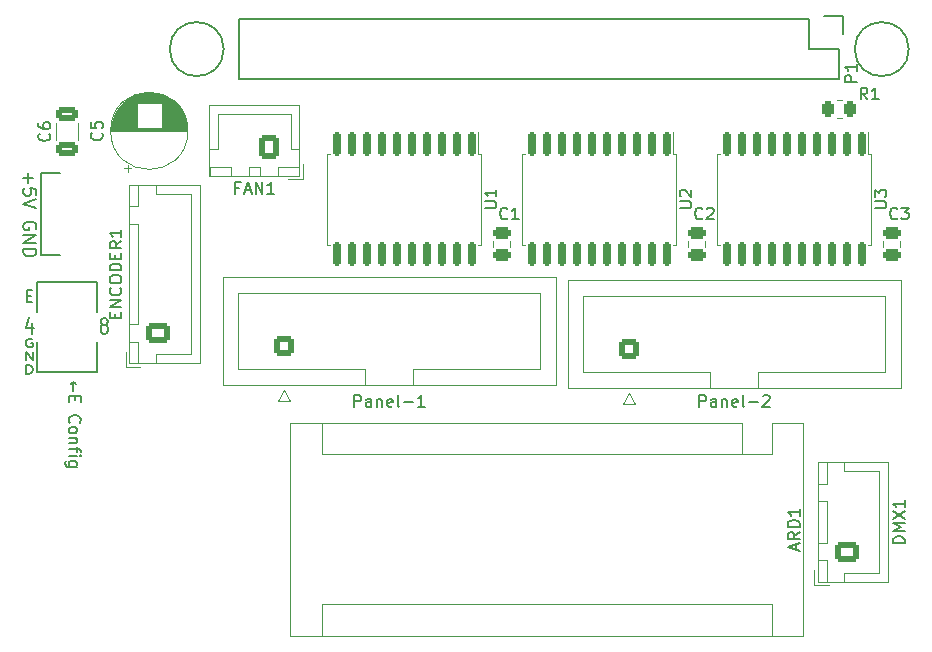
<source format=gto>
G04 #@! TF.GenerationSoftware,KiCad,Pcbnew,6.0.5*
G04 #@! TF.CreationDate,2022-05-12T16:14:40+02:00*
G04 #@! TF.ProjectId,active3-rpi-hub75-adapter,61637469-7665-4332-9d72-70692d687562,rev?*
G04 #@! TF.SameCoordinates,Original*
G04 #@! TF.FileFunction,Legend,Top*
G04 #@! TF.FilePolarity,Positive*
%FSLAX46Y46*%
G04 Gerber Fmt 4.6, Leading zero omitted, Abs format (unit mm)*
G04 Created by KiCad (PCBNEW 6.0.5) date 2022-05-12 16:14:40*
%MOMM*%
%LPD*%
G01*
G04 APERTURE LIST*
G04 Aperture macros list*
%AMRoundRect*
0 Rectangle with rounded corners*
0 $1 Rounding radius*
0 $2 $3 $4 $5 $6 $7 $8 $9 X,Y pos of 4 corners*
0 Add a 4 corners polygon primitive as box body*
4,1,4,$2,$3,$4,$5,$6,$7,$8,$9,$2,$3,0*
0 Add four circle primitives for the rounded corners*
1,1,$1+$1,$2,$3*
1,1,$1+$1,$4,$5*
1,1,$1+$1,$6,$7*
1,1,$1+$1,$8,$9*
0 Add four rect primitives between the rounded corners*
20,1,$1+$1,$2,$3,$4,$5,0*
20,1,$1+$1,$4,$5,$6,$7,0*
20,1,$1+$1,$6,$7,$8,$9,0*
20,1,$1+$1,$8,$9,$2,$3,0*%
G04 Aperture macros list end*
%ADD10C,0.200000*%
%ADD11C,0.175000*%
%ADD12C,0.150000*%
%ADD13C,0.120000*%
%ADD14R,1.727200X1.727200*%
%ADD15O,1.727200X1.727200*%
%ADD16C,4.064000*%
%ADD17O,4.000000X2.200000*%
%ADD18R,2.032000X2.032000*%
%ADD19C,2.032000*%
%ADD20O,2.032000X2.032000*%
%ADD21RoundRect,0.250000X0.475000X-0.250000X0.475000X0.250000X-0.475000X0.250000X-0.475000X-0.250000X0*%
%ADD22RoundRect,0.250000X0.600000X-0.600000X0.600000X0.600000X-0.600000X0.600000X-0.600000X-0.600000X0*%
%ADD23C,1.700000*%
%ADD24RoundRect,0.250000X-0.262500X-0.450000X0.262500X-0.450000X0.262500X0.450000X-0.262500X0.450000X0*%
%ADD25R,1.600000X1.600000*%
%ADD26C,1.600000*%
%ADD27RoundRect,0.250000X0.650000X-0.325000X0.650000X0.325000X-0.650000X0.325000X-0.650000X-0.325000X0*%
%ADD28RoundRect,0.150000X-0.150000X0.875000X-0.150000X-0.875000X0.150000X-0.875000X0.150000X0.875000X0*%
%ADD29RoundRect,0.250000X0.725000X-0.600000X0.725000X0.600000X-0.725000X0.600000X-0.725000X-0.600000X0*%
%ADD30O,1.950000X1.700000*%
%ADD31RoundRect,0.250000X0.600000X0.750000X-0.600000X0.750000X-0.600000X-0.750000X0.600000X-0.750000X0*%
%ADD32O,1.700000X2.000000*%
%ADD33O,1.600000X1.600000*%
G04 APERTURE END LIST*
D10*
X95145238Y-65250238D02*
X95040476Y-65188333D01*
X94988095Y-65126428D01*
X94935714Y-65002619D01*
X94935714Y-64940714D01*
X94988095Y-64816904D01*
X95040476Y-64755000D01*
X95145238Y-64693095D01*
X95354761Y-64693095D01*
X95459523Y-64755000D01*
X95511904Y-64816904D01*
X95564285Y-64940714D01*
X95564285Y-65002619D01*
X95511904Y-65126428D01*
X95459523Y-65188333D01*
X95354761Y-65250238D01*
X95145238Y-65250238D01*
X95040476Y-65312142D01*
X94988095Y-65374047D01*
X94935714Y-65497857D01*
X94935714Y-65745476D01*
X94988095Y-65869285D01*
X95040476Y-65931190D01*
X95145238Y-65993095D01*
X95354761Y-65993095D01*
X95459523Y-65931190D01*
X95511904Y-65869285D01*
X95564285Y-65745476D01*
X95564285Y-65497857D01*
X95511904Y-65374047D01*
X95459523Y-65312142D01*
X95354761Y-65250238D01*
X92638571Y-70826666D02*
X92638571Y-70064761D01*
X92448095Y-70255238D02*
X92638571Y-70064761D01*
X92829047Y-70255238D01*
X92781428Y-71302857D02*
X92781428Y-71636190D01*
X92257619Y-71779047D02*
X92257619Y-71302857D01*
X93257619Y-71302857D01*
X93257619Y-71779047D01*
X92352857Y-73540952D02*
X92305238Y-73493333D01*
X92257619Y-73350476D01*
X92257619Y-73255238D01*
X92305238Y-73112380D01*
X92400476Y-73017142D01*
X92495714Y-72969523D01*
X92686190Y-72921904D01*
X92829047Y-72921904D01*
X93019523Y-72969523D01*
X93114761Y-73017142D01*
X93210000Y-73112380D01*
X93257619Y-73255238D01*
X93257619Y-73350476D01*
X93210000Y-73493333D01*
X93162380Y-73540952D01*
X92257619Y-74112380D02*
X92305238Y-74017142D01*
X92352857Y-73969523D01*
X92448095Y-73921904D01*
X92733809Y-73921904D01*
X92829047Y-73969523D01*
X92876666Y-74017142D01*
X92924285Y-74112380D01*
X92924285Y-74255238D01*
X92876666Y-74350476D01*
X92829047Y-74398095D01*
X92733809Y-74445714D01*
X92448095Y-74445714D01*
X92352857Y-74398095D01*
X92305238Y-74350476D01*
X92257619Y-74255238D01*
X92257619Y-74112380D01*
X92924285Y-74874285D02*
X92257619Y-74874285D01*
X92829047Y-74874285D02*
X92876666Y-74921904D01*
X92924285Y-75017142D01*
X92924285Y-75160000D01*
X92876666Y-75255238D01*
X92781428Y-75302857D01*
X92257619Y-75302857D01*
X92924285Y-75636190D02*
X92924285Y-76017142D01*
X92257619Y-75779047D02*
X93114761Y-75779047D01*
X93210000Y-75826666D01*
X93257619Y-75921904D01*
X93257619Y-76017142D01*
X92257619Y-76350476D02*
X92924285Y-76350476D01*
X93257619Y-76350476D02*
X93210000Y-76302857D01*
X93162380Y-76350476D01*
X93210000Y-76398095D01*
X93257619Y-76350476D01*
X93162380Y-76350476D01*
X92924285Y-77255238D02*
X92114761Y-77255238D01*
X92019523Y-77207619D01*
X91971904Y-77160000D01*
X91924285Y-77064761D01*
X91924285Y-76921904D01*
X91971904Y-76826666D01*
X92305238Y-77255238D02*
X92257619Y-77160000D01*
X92257619Y-76969523D01*
X92305238Y-76874285D01*
X92352857Y-76826666D01*
X92448095Y-76779047D01*
X92733809Y-76779047D01*
X92829047Y-76826666D01*
X92876666Y-76874285D01*
X92924285Y-76969523D01*
X92924285Y-77160000D01*
X92876666Y-77255238D01*
X88685714Y-62793571D02*
X89019047Y-62793571D01*
X89161904Y-63317380D02*
X88685714Y-63317380D01*
X88685714Y-62317380D01*
X89161904Y-62317380D01*
D11*
X89161904Y-66468000D02*
X89066666Y-66434666D01*
X88923809Y-66434666D01*
X88780952Y-66468000D01*
X88685714Y-66534666D01*
X88638095Y-66601333D01*
X88590476Y-66734666D01*
X88590476Y-66834666D01*
X88638095Y-66968000D01*
X88685714Y-67034666D01*
X88780952Y-67101333D01*
X88923809Y-67134666D01*
X89019047Y-67134666D01*
X89161904Y-67101333D01*
X89209523Y-67068000D01*
X89209523Y-66834666D01*
X89019047Y-66834666D01*
X88614285Y-68261666D02*
X88614285Y-67561666D01*
X89185714Y-68261666D01*
X89185714Y-67561666D01*
X88638095Y-69388666D02*
X88638095Y-68688666D01*
X88876190Y-68688666D01*
X89019047Y-68722000D01*
X89114285Y-68788666D01*
X89161904Y-68855333D01*
X89209523Y-68988666D01*
X89209523Y-69088666D01*
X89161904Y-69222000D01*
X89114285Y-69288666D01*
X89019047Y-69355333D01*
X88876190Y-69388666D01*
X88638095Y-69388666D01*
D10*
X89109523Y-65126428D02*
X89109523Y-65993095D01*
X88847619Y-64631190D02*
X88585714Y-65559761D01*
X89266666Y-65559761D01*
X88821428Y-52370476D02*
X88821428Y-53208571D01*
X88402380Y-52789523D02*
X89240476Y-52789523D01*
X89502380Y-54256190D02*
X89502380Y-53732380D01*
X88978571Y-53680000D01*
X89030952Y-53732380D01*
X89083333Y-53837142D01*
X89083333Y-54099047D01*
X89030952Y-54203809D01*
X88978571Y-54256190D01*
X88873809Y-54308571D01*
X88611904Y-54308571D01*
X88507142Y-54256190D01*
X88454761Y-54203809D01*
X88402380Y-54099047D01*
X88402380Y-53837142D01*
X88454761Y-53732380D01*
X88507142Y-53680000D01*
X89502380Y-54622857D02*
X88402380Y-54989523D01*
X89502380Y-55356190D01*
X89450000Y-57137142D02*
X89502380Y-57032380D01*
X89502380Y-56875238D01*
X89450000Y-56718095D01*
X89345238Y-56613333D01*
X89240476Y-56560952D01*
X89030952Y-56508571D01*
X88873809Y-56508571D01*
X88664285Y-56560952D01*
X88559523Y-56613333D01*
X88454761Y-56718095D01*
X88402380Y-56875238D01*
X88402380Y-56980000D01*
X88454761Y-57137142D01*
X88507142Y-57189523D01*
X88873809Y-57189523D01*
X88873809Y-56980000D01*
X88402380Y-57660952D02*
X89502380Y-57660952D01*
X88402380Y-58289523D01*
X89502380Y-58289523D01*
X88402380Y-58813333D02*
X89502380Y-58813333D01*
X89502380Y-59075238D01*
X89450000Y-59232380D01*
X89345238Y-59337142D01*
X89240476Y-59389523D01*
X89030952Y-59441904D01*
X88873809Y-59441904D01*
X88664285Y-59389523D01*
X88559523Y-59337142D01*
X88454761Y-59232380D01*
X88402380Y-59075238D01*
X88402380Y-58813333D01*
D12*
X129373333Y-56237142D02*
X129325714Y-56284761D01*
X129182857Y-56332380D01*
X129087619Y-56332380D01*
X128944761Y-56284761D01*
X128849523Y-56189523D01*
X128801904Y-56094285D01*
X128754285Y-55903809D01*
X128754285Y-55760952D01*
X128801904Y-55570476D01*
X128849523Y-55475238D01*
X128944761Y-55380000D01*
X129087619Y-55332380D01*
X129182857Y-55332380D01*
X129325714Y-55380000D01*
X129373333Y-55427619D01*
X130325714Y-56332380D02*
X129754285Y-56332380D01*
X130040000Y-56332380D02*
X130040000Y-55332380D01*
X129944761Y-55475238D01*
X129849523Y-55570476D01*
X129754285Y-55618095D01*
X145883333Y-56237142D02*
X145835714Y-56284761D01*
X145692857Y-56332380D01*
X145597619Y-56332380D01*
X145454761Y-56284761D01*
X145359523Y-56189523D01*
X145311904Y-56094285D01*
X145264285Y-55903809D01*
X145264285Y-55760952D01*
X145311904Y-55570476D01*
X145359523Y-55475238D01*
X145454761Y-55380000D01*
X145597619Y-55332380D01*
X145692857Y-55332380D01*
X145835714Y-55380000D01*
X145883333Y-55427619D01*
X146264285Y-55427619D02*
X146311904Y-55380000D01*
X146407142Y-55332380D01*
X146645238Y-55332380D01*
X146740476Y-55380000D01*
X146788095Y-55427619D01*
X146835714Y-55522857D01*
X146835714Y-55618095D01*
X146788095Y-55760952D01*
X146216666Y-56332380D01*
X146835714Y-56332380D01*
X162393333Y-56237142D02*
X162345714Y-56284761D01*
X162202857Y-56332380D01*
X162107619Y-56332380D01*
X161964761Y-56284761D01*
X161869523Y-56189523D01*
X161821904Y-56094285D01*
X161774285Y-55903809D01*
X161774285Y-55760952D01*
X161821904Y-55570476D01*
X161869523Y-55475238D01*
X161964761Y-55380000D01*
X162107619Y-55332380D01*
X162202857Y-55332380D01*
X162345714Y-55380000D01*
X162393333Y-55427619D01*
X162726666Y-55332380D02*
X163345714Y-55332380D01*
X163012380Y-55713333D01*
X163155238Y-55713333D01*
X163250476Y-55760952D01*
X163298095Y-55808571D01*
X163345714Y-55903809D01*
X163345714Y-56141904D01*
X163298095Y-56237142D01*
X163250476Y-56284761D01*
X163155238Y-56332380D01*
X162869523Y-56332380D01*
X162774285Y-56284761D01*
X162726666Y-56237142D01*
X158948380Y-44680095D02*
X157948380Y-44680095D01*
X157948380Y-44299142D01*
X157996000Y-44203904D01*
X158043619Y-44156285D01*
X158138857Y-44108666D01*
X158281714Y-44108666D01*
X158376952Y-44156285D01*
X158424571Y-44203904D01*
X158472190Y-44299142D01*
X158472190Y-44680095D01*
X158948380Y-43156285D02*
X158948380Y-43727714D01*
X158948380Y-43442000D02*
X157948380Y-43442000D01*
X158091238Y-43537238D01*
X158186476Y-43632476D01*
X158234095Y-43727714D01*
X116427619Y-72207380D02*
X116427619Y-71207380D01*
X116808571Y-71207380D01*
X116903809Y-71255000D01*
X116951428Y-71302619D01*
X116999047Y-71397857D01*
X116999047Y-71540714D01*
X116951428Y-71635952D01*
X116903809Y-71683571D01*
X116808571Y-71731190D01*
X116427619Y-71731190D01*
X117856190Y-72207380D02*
X117856190Y-71683571D01*
X117808571Y-71588333D01*
X117713333Y-71540714D01*
X117522857Y-71540714D01*
X117427619Y-71588333D01*
X117856190Y-72159761D02*
X117760952Y-72207380D01*
X117522857Y-72207380D01*
X117427619Y-72159761D01*
X117380000Y-72064523D01*
X117380000Y-71969285D01*
X117427619Y-71874047D01*
X117522857Y-71826428D01*
X117760952Y-71826428D01*
X117856190Y-71778809D01*
X118332380Y-71540714D02*
X118332380Y-72207380D01*
X118332380Y-71635952D02*
X118380000Y-71588333D01*
X118475238Y-71540714D01*
X118618095Y-71540714D01*
X118713333Y-71588333D01*
X118760952Y-71683571D01*
X118760952Y-72207380D01*
X119618095Y-72159761D02*
X119522857Y-72207380D01*
X119332380Y-72207380D01*
X119237142Y-72159761D01*
X119189523Y-72064523D01*
X119189523Y-71683571D01*
X119237142Y-71588333D01*
X119332380Y-71540714D01*
X119522857Y-71540714D01*
X119618095Y-71588333D01*
X119665714Y-71683571D01*
X119665714Y-71778809D01*
X119189523Y-71874047D01*
X120237142Y-72207380D02*
X120141904Y-72159761D01*
X120094285Y-72064523D01*
X120094285Y-71207380D01*
X120618095Y-71826428D02*
X121380000Y-71826428D01*
X122380000Y-72207380D02*
X121808571Y-72207380D01*
X122094285Y-72207380D02*
X122094285Y-71207380D01*
X121999047Y-71350238D01*
X121903809Y-71445476D01*
X121808571Y-71493095D01*
X145637619Y-72207380D02*
X145637619Y-71207380D01*
X146018571Y-71207380D01*
X146113809Y-71255000D01*
X146161428Y-71302619D01*
X146209047Y-71397857D01*
X146209047Y-71540714D01*
X146161428Y-71635952D01*
X146113809Y-71683571D01*
X146018571Y-71731190D01*
X145637619Y-71731190D01*
X147066190Y-72207380D02*
X147066190Y-71683571D01*
X147018571Y-71588333D01*
X146923333Y-71540714D01*
X146732857Y-71540714D01*
X146637619Y-71588333D01*
X147066190Y-72159761D02*
X146970952Y-72207380D01*
X146732857Y-72207380D01*
X146637619Y-72159761D01*
X146590000Y-72064523D01*
X146590000Y-71969285D01*
X146637619Y-71874047D01*
X146732857Y-71826428D01*
X146970952Y-71826428D01*
X147066190Y-71778809D01*
X147542380Y-71540714D02*
X147542380Y-72207380D01*
X147542380Y-71635952D02*
X147590000Y-71588333D01*
X147685238Y-71540714D01*
X147828095Y-71540714D01*
X147923333Y-71588333D01*
X147970952Y-71683571D01*
X147970952Y-72207380D01*
X148828095Y-72159761D02*
X148732857Y-72207380D01*
X148542380Y-72207380D01*
X148447142Y-72159761D01*
X148399523Y-72064523D01*
X148399523Y-71683571D01*
X148447142Y-71588333D01*
X148542380Y-71540714D01*
X148732857Y-71540714D01*
X148828095Y-71588333D01*
X148875714Y-71683571D01*
X148875714Y-71778809D01*
X148399523Y-71874047D01*
X149447142Y-72207380D02*
X149351904Y-72159761D01*
X149304285Y-72064523D01*
X149304285Y-71207380D01*
X149828095Y-71826428D02*
X150590000Y-71826428D01*
X151018571Y-71302619D02*
X151066190Y-71255000D01*
X151161428Y-71207380D01*
X151399523Y-71207380D01*
X151494761Y-71255000D01*
X151542380Y-71302619D01*
X151590000Y-71397857D01*
X151590000Y-71493095D01*
X151542380Y-71635952D01*
X150970952Y-72207380D01*
X151590000Y-72207380D01*
X159853333Y-46172380D02*
X159520000Y-45696190D01*
X159281904Y-46172380D02*
X159281904Y-45172380D01*
X159662857Y-45172380D01*
X159758095Y-45220000D01*
X159805714Y-45267619D01*
X159853333Y-45362857D01*
X159853333Y-45505714D01*
X159805714Y-45600952D01*
X159758095Y-45648571D01*
X159662857Y-45696190D01*
X159281904Y-45696190D01*
X160805714Y-46172380D02*
X160234285Y-46172380D01*
X160520000Y-46172380D02*
X160520000Y-45172380D01*
X160424761Y-45315238D01*
X160329523Y-45410476D01*
X160234285Y-45458095D01*
X95017142Y-48994066D02*
X95064761Y-49041685D01*
X95112380Y-49184542D01*
X95112380Y-49279780D01*
X95064761Y-49422638D01*
X94969523Y-49517876D01*
X94874285Y-49565495D01*
X94683809Y-49613114D01*
X94540952Y-49613114D01*
X94350476Y-49565495D01*
X94255238Y-49517876D01*
X94160000Y-49422638D01*
X94112380Y-49279780D01*
X94112380Y-49184542D01*
X94160000Y-49041685D01*
X94207619Y-48994066D01*
X94112380Y-48089304D02*
X94112380Y-48565495D01*
X94588571Y-48613114D01*
X94540952Y-48565495D01*
X94493333Y-48470257D01*
X94493333Y-48232161D01*
X94540952Y-48136923D01*
X94588571Y-48089304D01*
X94683809Y-48041685D01*
X94921904Y-48041685D01*
X95017142Y-48089304D01*
X95064761Y-48136923D01*
X95112380Y-48232161D01*
X95112380Y-48470257D01*
X95064761Y-48565495D01*
X95017142Y-48613114D01*
X90587142Y-49061666D02*
X90634761Y-49109285D01*
X90682380Y-49252142D01*
X90682380Y-49347380D01*
X90634761Y-49490238D01*
X90539523Y-49585476D01*
X90444285Y-49633095D01*
X90253809Y-49680714D01*
X90110952Y-49680714D01*
X89920476Y-49633095D01*
X89825238Y-49585476D01*
X89730000Y-49490238D01*
X89682380Y-49347380D01*
X89682380Y-49252142D01*
X89730000Y-49109285D01*
X89777619Y-49061666D01*
X89682380Y-48204523D02*
X89682380Y-48395000D01*
X89730000Y-48490238D01*
X89777619Y-48537857D01*
X89920476Y-48633095D01*
X90110952Y-48680714D01*
X90491904Y-48680714D01*
X90587142Y-48633095D01*
X90634761Y-48585476D01*
X90682380Y-48490238D01*
X90682380Y-48299761D01*
X90634761Y-48204523D01*
X90587142Y-48156904D01*
X90491904Y-48109285D01*
X90253809Y-48109285D01*
X90158571Y-48156904D01*
X90110952Y-48204523D01*
X90063333Y-48299761D01*
X90063333Y-48490238D01*
X90110952Y-48585476D01*
X90158571Y-48633095D01*
X90253809Y-48680714D01*
X127452380Y-55371904D02*
X128261904Y-55371904D01*
X128357142Y-55324285D01*
X128404761Y-55276666D01*
X128452380Y-55181428D01*
X128452380Y-54990952D01*
X128404761Y-54895714D01*
X128357142Y-54848095D01*
X128261904Y-54800476D01*
X127452380Y-54800476D01*
X128452380Y-53800476D02*
X128452380Y-54371904D01*
X128452380Y-54086190D02*
X127452380Y-54086190D01*
X127595238Y-54181428D01*
X127690476Y-54276666D01*
X127738095Y-54371904D01*
X143962380Y-55371904D02*
X144771904Y-55371904D01*
X144867142Y-55324285D01*
X144914761Y-55276666D01*
X144962380Y-55181428D01*
X144962380Y-54990952D01*
X144914761Y-54895714D01*
X144867142Y-54848095D01*
X144771904Y-54800476D01*
X143962380Y-54800476D01*
X144057619Y-54371904D02*
X144010000Y-54324285D01*
X143962380Y-54229047D01*
X143962380Y-53990952D01*
X144010000Y-53895714D01*
X144057619Y-53848095D01*
X144152857Y-53800476D01*
X144248095Y-53800476D01*
X144390952Y-53848095D01*
X144962380Y-54419523D01*
X144962380Y-53800476D01*
X160472380Y-55371904D02*
X161281904Y-55371904D01*
X161377142Y-55324285D01*
X161424761Y-55276666D01*
X161472380Y-55181428D01*
X161472380Y-54990952D01*
X161424761Y-54895714D01*
X161377142Y-54848095D01*
X161281904Y-54800476D01*
X160472380Y-54800476D01*
X160472380Y-54419523D02*
X160472380Y-53800476D01*
X160853333Y-54133809D01*
X160853333Y-53990952D01*
X160900952Y-53895714D01*
X160948571Y-53848095D01*
X161043809Y-53800476D01*
X161281904Y-53800476D01*
X161377142Y-53848095D01*
X161424761Y-53895714D01*
X161472380Y-53990952D01*
X161472380Y-54276666D01*
X161424761Y-54371904D01*
X161377142Y-54419523D01*
X163012380Y-83740714D02*
X162012380Y-83740714D01*
X162012380Y-83502619D01*
X162060000Y-83359761D01*
X162155238Y-83264523D01*
X162250476Y-83216904D01*
X162440952Y-83169285D01*
X162583809Y-83169285D01*
X162774285Y-83216904D01*
X162869523Y-83264523D01*
X162964761Y-83359761D01*
X163012380Y-83502619D01*
X163012380Y-83740714D01*
X163012380Y-82740714D02*
X162012380Y-82740714D01*
X162726666Y-82407380D01*
X162012380Y-82074047D01*
X163012380Y-82074047D01*
X162012380Y-81693095D02*
X163012380Y-81026428D01*
X162012380Y-81026428D02*
X163012380Y-81693095D01*
X163012380Y-80121666D02*
X163012380Y-80693095D01*
X163012380Y-80407380D02*
X162012380Y-80407380D01*
X162155238Y-80502619D01*
X162250476Y-80597857D01*
X162298095Y-80693095D01*
X106684285Y-53643571D02*
X106350952Y-53643571D01*
X106350952Y-54167380D02*
X106350952Y-53167380D01*
X106827142Y-53167380D01*
X107160476Y-53881666D02*
X107636666Y-53881666D01*
X107065238Y-54167380D02*
X107398571Y-53167380D01*
X107731904Y-54167380D01*
X108065238Y-54167380D02*
X108065238Y-53167380D01*
X108636666Y-54167380D01*
X108636666Y-53167380D01*
X109636666Y-54167380D02*
X109065238Y-54167380D01*
X109350952Y-54167380D02*
X109350952Y-53167380D01*
X109255714Y-53310238D01*
X109160476Y-53405476D01*
X109065238Y-53453095D01*
X153836666Y-84274285D02*
X153836666Y-83798095D01*
X154122380Y-84369523D02*
X153122380Y-84036190D01*
X154122380Y-83702857D01*
X154122380Y-82798095D02*
X153646190Y-83131428D01*
X154122380Y-83369523D02*
X153122380Y-83369523D01*
X153122380Y-82988571D01*
X153170000Y-82893333D01*
X153217619Y-82845714D01*
X153312857Y-82798095D01*
X153455714Y-82798095D01*
X153550952Y-82845714D01*
X153598571Y-82893333D01*
X153646190Y-82988571D01*
X153646190Y-83369523D01*
X154122380Y-82369523D02*
X153122380Y-82369523D01*
X153122380Y-82131428D01*
X153170000Y-81988571D01*
X153265238Y-81893333D01*
X153360476Y-81845714D01*
X153550952Y-81798095D01*
X153693809Y-81798095D01*
X153884285Y-81845714D01*
X153979523Y-81893333D01*
X154074761Y-81988571D01*
X154122380Y-82131428D01*
X154122380Y-82369523D01*
X154122380Y-80845714D02*
X154122380Y-81417142D01*
X154122380Y-81131428D02*
X153122380Y-81131428D01*
X153265238Y-81226666D01*
X153360476Y-81321904D01*
X153408095Y-81417142D01*
X96183571Y-64650476D02*
X96183571Y-64317142D01*
X96707380Y-64174285D02*
X96707380Y-64650476D01*
X95707380Y-64650476D01*
X95707380Y-64174285D01*
X96707380Y-63745714D02*
X95707380Y-63745714D01*
X96707380Y-63174285D01*
X95707380Y-63174285D01*
X96612142Y-62126666D02*
X96659761Y-62174285D01*
X96707380Y-62317142D01*
X96707380Y-62412380D01*
X96659761Y-62555238D01*
X96564523Y-62650476D01*
X96469285Y-62698095D01*
X96278809Y-62745714D01*
X96135952Y-62745714D01*
X95945476Y-62698095D01*
X95850238Y-62650476D01*
X95755000Y-62555238D01*
X95707380Y-62412380D01*
X95707380Y-62317142D01*
X95755000Y-62174285D01*
X95802619Y-62126666D01*
X95707380Y-61507619D02*
X95707380Y-61317142D01*
X95755000Y-61221904D01*
X95850238Y-61126666D01*
X96040714Y-61079047D01*
X96374047Y-61079047D01*
X96564523Y-61126666D01*
X96659761Y-61221904D01*
X96707380Y-61317142D01*
X96707380Y-61507619D01*
X96659761Y-61602857D01*
X96564523Y-61698095D01*
X96374047Y-61745714D01*
X96040714Y-61745714D01*
X95850238Y-61698095D01*
X95755000Y-61602857D01*
X95707380Y-61507619D01*
X96707380Y-60650476D02*
X95707380Y-60650476D01*
X95707380Y-60412380D01*
X95755000Y-60269523D01*
X95850238Y-60174285D01*
X95945476Y-60126666D01*
X96135952Y-60079047D01*
X96278809Y-60079047D01*
X96469285Y-60126666D01*
X96564523Y-60174285D01*
X96659761Y-60269523D01*
X96707380Y-60412380D01*
X96707380Y-60650476D01*
X96183571Y-59650476D02*
X96183571Y-59317142D01*
X96707380Y-59174285D02*
X96707380Y-59650476D01*
X95707380Y-59650476D01*
X95707380Y-59174285D01*
X96707380Y-58174285D02*
X96231190Y-58507619D01*
X96707380Y-58745714D02*
X95707380Y-58745714D01*
X95707380Y-58364761D01*
X95755000Y-58269523D01*
X95802619Y-58221904D01*
X95897857Y-58174285D01*
X96040714Y-58174285D01*
X96135952Y-58221904D01*
X96183571Y-58269523D01*
X96231190Y-58364761D01*
X96231190Y-58745714D01*
X96707380Y-57221904D02*
X96707380Y-57793333D01*
X96707380Y-57507619D02*
X95707380Y-57507619D01*
X95850238Y-57602857D01*
X95945476Y-57698095D01*
X95993095Y-57793333D01*
D13*
X128170000Y-58681252D02*
X128170000Y-58158748D01*
X129640000Y-58681252D02*
X129640000Y-58158748D01*
X146150000Y-58681252D02*
X146150000Y-58158748D01*
X144680000Y-58681252D02*
X144680000Y-58158748D01*
X162660000Y-58681252D02*
X162660000Y-58158748D01*
X161190000Y-58681252D02*
X161190000Y-58158748D01*
D12*
X106680000Y-44450000D02*
X157480000Y-44450000D01*
X157480000Y-44450000D02*
X157480000Y-41910000D01*
X106680000Y-44450000D02*
X106680000Y-39370000D01*
X157480000Y-41910000D02*
X154940000Y-41910000D01*
X157760000Y-40640000D02*
X157760000Y-39090000D01*
X157760000Y-39090000D02*
X156210000Y-39090000D01*
X154940000Y-39370000D02*
X106680000Y-39370000D01*
X154940000Y-41910000D02*
X154940000Y-39370000D01*
D13*
X110490000Y-70736000D02*
X109990000Y-71736000D01*
X133480000Y-61226000D02*
X133480000Y-70346000D01*
X132180000Y-62536000D02*
X132180000Y-69036000D01*
X106580000Y-69036000D02*
X106580000Y-62536000D01*
X105280000Y-61226000D02*
X133480000Y-61226000D01*
X110990000Y-71736000D02*
X110490000Y-70736000D01*
X117330000Y-69036000D02*
X106580000Y-69036000D01*
X132180000Y-69036000D02*
X121430000Y-69036000D01*
X121430000Y-69036000D02*
X121430000Y-70346000D01*
X121430000Y-69036000D02*
X121430000Y-69036000D01*
X106580000Y-62536000D02*
X132180000Y-62536000D01*
X117330000Y-70346000D02*
X117330000Y-69036000D01*
X105280000Y-70346000D02*
X105280000Y-61226000D01*
X109990000Y-71736000D02*
X110990000Y-71736000D01*
X133480000Y-70346000D02*
X105280000Y-70346000D01*
X161390000Y-62790000D02*
X161390000Y-69290000D01*
X134490000Y-61480000D02*
X162690000Y-61480000D01*
X146540000Y-70600000D02*
X146540000Y-69290000D01*
X146540000Y-69290000D02*
X135790000Y-69290000D01*
X161390000Y-69290000D02*
X150640000Y-69290000D01*
X150640000Y-69290000D02*
X150640000Y-69290000D01*
X150640000Y-69290000D02*
X150640000Y-70600000D01*
X135790000Y-62790000D02*
X161390000Y-62790000D01*
X139700000Y-70990000D02*
X139200000Y-71990000D01*
X139200000Y-71990000D02*
X140200000Y-71990000D01*
X162690000Y-70600000D02*
X134490000Y-70600000D01*
X134490000Y-70600000D02*
X134490000Y-61480000D01*
X135790000Y-69290000D02*
X135790000Y-62790000D01*
X162690000Y-61480000D02*
X162690000Y-70600000D01*
X140200000Y-71990000D02*
X139700000Y-70990000D01*
D12*
X105366000Y-41910000D02*
G75*
G03*
X105366000Y-41910000I-2286000J0D01*
G01*
X163366000Y-41910000D02*
G75*
G03*
X163366000Y-41910000I-2286000J0D01*
G01*
D13*
X157252936Y-47725000D02*
X157707064Y-47725000D01*
X157252936Y-46255000D02*
X157707064Y-46255000D01*
X100100000Y-46986400D02*
X101724000Y-46986400D01*
X100100000Y-47426400D02*
X101976000Y-47426400D01*
X96680000Y-46626400D02*
X98020000Y-46626400D01*
X95878000Y-48267400D02*
X98020000Y-48267400D01*
X100100000Y-47586400D02*
X102046000Y-47586400D01*
X95999000Y-47786400D02*
X98020000Y-47786400D01*
X96544000Y-46786400D02*
X98020000Y-46786400D01*
X95832000Y-48707400D02*
X102288000Y-48707400D01*
X100100000Y-47186400D02*
X101850000Y-47186400D01*
X100100000Y-47866400D02*
X102146000Y-47866400D01*
X100100000Y-47346400D02*
X101936000Y-47346400D01*
X96576000Y-46746400D02*
X98020000Y-46746400D01*
X97226000Y-46146400D02*
X100894000Y-46146400D01*
X100100000Y-46546400D02*
X101365000Y-46546400D01*
X100100000Y-48387400D02*
X102261000Y-48387400D01*
X96370000Y-47026400D02*
X98020000Y-47026400D01*
X100100000Y-46626400D02*
X101440000Y-46626400D01*
X95845000Y-48507400D02*
X98020000Y-48507400D01*
X100100000Y-47666400D02*
X102078000Y-47666400D01*
X96144000Y-47426400D02*
X98020000Y-47426400D01*
X97710000Y-45866400D02*
X100410000Y-45866400D01*
X100100000Y-47466400D02*
X101994000Y-47466400D01*
X100100000Y-46826400D02*
X101608000Y-46826400D01*
X95986000Y-47826400D02*
X98020000Y-47826400D01*
X100100000Y-48106400D02*
X102210000Y-48106400D01*
X100100000Y-47146400D02*
X101826000Y-47146400D01*
X96923000Y-46386400D02*
X101197000Y-46386400D01*
X100100000Y-46786400D02*
X101576000Y-46786400D01*
X98258000Y-45666400D02*
X99862000Y-45666400D01*
X98001000Y-45746400D02*
X100119000Y-45746400D01*
X96836000Y-46466400D02*
X101284000Y-46466400D01*
X95836000Y-48627400D02*
X102284000Y-48627400D01*
X95830000Y-48827400D02*
X102290000Y-48827400D01*
X100100000Y-48227400D02*
X102235000Y-48227400D01*
X96482000Y-46866400D02*
X98020000Y-46866400D01*
X95885000Y-48227400D02*
X98020000Y-48227400D01*
X96013000Y-47746400D02*
X98020000Y-47746400D01*
X100100000Y-48587400D02*
X102282000Y-48587400D01*
X100100000Y-47386400D02*
X101956000Y-47386400D01*
X100100000Y-48467400D02*
X102271000Y-48467400D01*
X96164000Y-47386400D02*
X98020000Y-47386400D01*
X96644000Y-46666400D02*
X98020000Y-46666400D01*
X100100000Y-48066400D02*
X102201000Y-48066400D01*
X95919000Y-48066400D02*
X98020000Y-48066400D01*
X96058000Y-47626400D02*
X98020000Y-47626400D01*
X97016000Y-46306400D02*
X101104000Y-46306400D01*
X95849000Y-48467400D02*
X98020000Y-48467400D01*
X100100000Y-48147400D02*
X102219000Y-48147400D01*
X100100000Y-46866400D02*
X101638000Y-46866400D01*
X100100000Y-46666400D02*
X101476000Y-46666400D01*
X96968000Y-46346400D02*
X101152000Y-46346400D01*
X96424000Y-46946400D02*
X98020000Y-46946400D01*
X96126000Y-47466400D02*
X98020000Y-47466400D01*
X100100000Y-47706400D02*
X102093000Y-47706400D01*
X100100000Y-47946400D02*
X102170000Y-47946400D01*
X100100000Y-47626400D02*
X102062000Y-47626400D01*
X97551000Y-45946400D02*
X100569000Y-45946400D01*
X95910000Y-48106400D02*
X98020000Y-48106400D01*
X100100000Y-48267400D02*
X102242000Y-48267400D01*
X96027000Y-47706400D02*
X98020000Y-47706400D01*
X95962000Y-47906400D02*
X98020000Y-47906400D01*
X100100000Y-47026400D02*
X101750000Y-47026400D01*
X95830000Y-48747400D02*
X102290000Y-48747400D01*
X100100000Y-48347400D02*
X102255000Y-48347400D01*
X96755000Y-46546400D02*
X98020000Y-46546400D01*
X100100000Y-47066400D02*
X101776000Y-47066400D01*
X97065000Y-46266400D02*
X101055000Y-46266400D01*
X95871000Y-48307400D02*
X98020000Y-48307400D01*
X100100000Y-48507400D02*
X102275000Y-48507400D01*
X97284000Y-46106400D02*
X100836000Y-46106400D01*
X96248000Y-47226400D02*
X98020000Y-47226400D01*
X100100000Y-47746400D02*
X102107000Y-47746400D01*
X100100000Y-48187400D02*
X102227000Y-48187400D01*
X96906000Y-52012641D02*
X97536000Y-52012641D01*
X95830000Y-48787400D02*
X102290000Y-48787400D01*
X98120000Y-45706400D02*
X100000000Y-45706400D01*
X96396000Y-46986400D02*
X98020000Y-46986400D01*
X98427000Y-45626400D02*
X99693000Y-45626400D01*
X100100000Y-47306400D02*
X101916000Y-47306400D01*
X95893000Y-48187400D02*
X98020000Y-48187400D01*
X100100000Y-46906400D02*
X101667000Y-46906400D01*
X95950000Y-47946400D02*
X98020000Y-47946400D01*
X96795000Y-46506400D02*
X101325000Y-46506400D01*
X95854000Y-48427400D02*
X98020000Y-48427400D01*
X100100000Y-48026400D02*
X102191000Y-48026400D01*
X97170000Y-46186400D02*
X100950000Y-46186400D01*
X96226000Y-47266400D02*
X98020000Y-47266400D01*
X96512000Y-46826400D02*
X98020000Y-46826400D01*
X96090000Y-47546400D02*
X98020000Y-47546400D01*
X97221000Y-52327641D02*
X97221000Y-51697641D01*
X97479000Y-45986400D02*
X100641000Y-45986400D01*
X100100000Y-47226400D02*
X101872000Y-47226400D01*
X100100000Y-46706400D02*
X101510000Y-46706400D01*
X96042000Y-47666400D02*
X98020000Y-47666400D01*
X96453000Y-46906400D02*
X98020000Y-46906400D01*
X100100000Y-48547400D02*
X102278000Y-48547400D01*
X100100000Y-46746400D02*
X101544000Y-46746400D01*
X95974000Y-47866400D02*
X98020000Y-47866400D01*
X96294000Y-47146400D02*
X98020000Y-47146400D01*
X100100000Y-48427400D02*
X102266000Y-48427400D01*
X100100000Y-46586400D02*
X101403000Y-46586400D01*
X96270000Y-47186400D02*
X98020000Y-47186400D01*
X100100000Y-47826400D02*
X102134000Y-47826400D01*
X95838000Y-48587400D02*
X98020000Y-48587400D01*
X96878000Y-46426400D02*
X101242000Y-46426400D01*
X97895000Y-45786400D02*
X100225000Y-45786400D01*
X100100000Y-47786400D02*
X102121000Y-47786400D01*
X96108000Y-47506400D02*
X98020000Y-47506400D01*
X95833000Y-48667400D02*
X102287000Y-48667400D01*
X97410000Y-46026400D02*
X100710000Y-46026400D01*
X97628000Y-45906400D02*
X100492000Y-45906400D01*
X95901000Y-48147400D02*
X98020000Y-48147400D01*
X100100000Y-47986400D02*
X102181000Y-47986400D01*
X100100000Y-47906400D02*
X102158000Y-47906400D01*
X98658000Y-45586400D02*
X99462000Y-45586400D01*
X96074000Y-47586400D02*
X98020000Y-47586400D01*
X96717000Y-46586400D02*
X98020000Y-46586400D01*
X100100000Y-48307400D02*
X102249000Y-48307400D01*
X97798000Y-45826400D02*
X100322000Y-45826400D01*
X96318000Y-47106400D02*
X98020000Y-47106400D01*
X100100000Y-47266400D02*
X101894000Y-47266400D01*
X100100000Y-46946400D02*
X101696000Y-46946400D01*
X95865000Y-48347400D02*
X98020000Y-48347400D01*
X95929000Y-48026400D02*
X98020000Y-48026400D01*
X96204000Y-47306400D02*
X98020000Y-47306400D01*
X97116000Y-46226400D02*
X101004000Y-46226400D01*
X97346000Y-46066400D02*
X100774000Y-46066400D01*
X96344000Y-47066400D02*
X98020000Y-47066400D01*
X95842000Y-48547400D02*
X98020000Y-48547400D01*
X100100000Y-47546400D02*
X102030000Y-47546400D01*
X100100000Y-47106400D02*
X101802000Y-47106400D01*
X96610000Y-46706400D02*
X98020000Y-46706400D01*
X95939000Y-47986400D02*
X98020000Y-47986400D01*
X100100000Y-47506400D02*
X102012000Y-47506400D01*
X96184000Y-47346400D02*
X98020000Y-47346400D01*
X95859000Y-48387400D02*
X98020000Y-48387400D01*
X102330000Y-48827400D02*
G75*
G03*
X102330000Y-48827400I-3270000J0D01*
G01*
X91170000Y-49606252D02*
X91170000Y-48183748D01*
X92990000Y-49606252D02*
X92990000Y-48183748D01*
D12*
X89921000Y-56515000D02*
X89921000Y-52399000D01*
X89921000Y-52399000D02*
X91471000Y-52399000D01*
X89921000Y-59309000D02*
X89921000Y-56209000D01*
X91471000Y-59309000D02*
X89921000Y-59309000D01*
X89535000Y-61595000D02*
X89535000Y-64135000D01*
X92075000Y-61595000D02*
X94615000Y-61595000D01*
X89535000Y-61595000D02*
X92075000Y-61595000D01*
X94615000Y-64135000D02*
X94615000Y-61595000D01*
X89535000Y-69215000D02*
X92075000Y-69215000D01*
X94615000Y-69215000D02*
X94615000Y-66675000D01*
X89535000Y-66675000D02*
X89535000Y-69215000D01*
X92075000Y-69215000D02*
X94615000Y-69215000D01*
D13*
X127160000Y-54610000D02*
X127160000Y-58470000D01*
X127160000Y-54610000D02*
X127160000Y-50750000D01*
X114140000Y-54610000D02*
X114140000Y-58470000D01*
X114140000Y-58470000D02*
X114375000Y-58470000D01*
X114140000Y-54610000D02*
X114140000Y-50750000D01*
X127160000Y-58470000D02*
X126925000Y-58470000D01*
X127160000Y-50750000D02*
X126925000Y-50750000D01*
X114140000Y-50750000D02*
X114375000Y-50750000D01*
X126925000Y-50750000D02*
X126925000Y-48935000D01*
X130650000Y-50750000D02*
X130885000Y-50750000D01*
X143670000Y-50750000D02*
X143435000Y-50750000D01*
X130650000Y-54610000D02*
X130650000Y-50750000D01*
X143435000Y-50750000D02*
X143435000Y-48935000D01*
X143670000Y-58470000D02*
X143435000Y-58470000D01*
X130650000Y-58470000D02*
X130885000Y-58470000D01*
X143670000Y-54610000D02*
X143670000Y-58470000D01*
X143670000Y-54610000D02*
X143670000Y-50750000D01*
X130650000Y-54610000D02*
X130650000Y-58470000D01*
X160180000Y-54610000D02*
X160180000Y-50750000D01*
X147160000Y-50750000D02*
X147395000Y-50750000D01*
X147160000Y-54610000D02*
X147160000Y-50750000D01*
X160180000Y-50750000D02*
X159945000Y-50750000D01*
X159945000Y-50750000D02*
X159945000Y-48935000D01*
X147160000Y-54610000D02*
X147160000Y-58470000D01*
X160180000Y-58470000D02*
X159945000Y-58470000D01*
X147160000Y-58470000D02*
X147395000Y-58470000D01*
X160180000Y-54610000D02*
X160180000Y-58470000D01*
X155665000Y-85205000D02*
X155665000Y-87005000D01*
X155665000Y-78705000D02*
X156415000Y-78705000D01*
X155665000Y-76905000D02*
X155665000Y-78705000D01*
X161625000Y-87015000D02*
X161625000Y-76895000D01*
X156415000Y-85205000D02*
X155665000Y-85205000D01*
X155665000Y-87005000D02*
X156415000Y-87005000D01*
X155665000Y-80205000D02*
X155665000Y-83705000D01*
X157915000Y-86255000D02*
X160865000Y-86255000D01*
X161625000Y-76895000D02*
X155655000Y-76895000D01*
X157915000Y-87005000D02*
X157915000Y-86255000D01*
X155365000Y-86055000D02*
X155365000Y-87305000D01*
X156415000Y-87005000D02*
X156415000Y-85205000D01*
X155365000Y-87305000D02*
X156615000Y-87305000D01*
X155665000Y-83705000D02*
X156415000Y-83705000D01*
X160865000Y-77655000D02*
X160865000Y-81955000D01*
X157915000Y-76905000D02*
X157915000Y-77655000D01*
X155655000Y-76895000D02*
X155655000Y-87015000D01*
X156415000Y-83705000D02*
X156415000Y-80205000D01*
X157915000Y-77655000D02*
X160865000Y-77655000D01*
X155655000Y-87015000D02*
X161625000Y-87015000D01*
X156415000Y-76905000D02*
X155665000Y-76905000D01*
X156415000Y-80205000D02*
X155665000Y-80205000D01*
X156415000Y-78705000D02*
X156415000Y-76905000D01*
X160865000Y-86255000D02*
X160865000Y-81955000D01*
X107470000Y-51865000D02*
X107470000Y-52615000D01*
X104170000Y-52615000D02*
X105970000Y-52615000D01*
X107470000Y-52615000D02*
X108470000Y-52615000D01*
X104920000Y-50365000D02*
X104920000Y-47415000D01*
X105970000Y-51865000D02*
X104170000Y-51865000D01*
X111020000Y-47415000D02*
X107970000Y-47415000D01*
X111020000Y-50365000D02*
X111020000Y-47415000D01*
X104920000Y-47415000D02*
X107970000Y-47415000D01*
X104160000Y-52625000D02*
X111780000Y-52625000D01*
X111780000Y-52625000D02*
X111780000Y-46655000D01*
X111770000Y-50365000D02*
X111020000Y-50365000D01*
X109970000Y-52615000D02*
X111770000Y-52615000D01*
X104170000Y-51865000D02*
X104170000Y-52615000D01*
X109970000Y-51865000D02*
X109970000Y-52615000D01*
X111780000Y-46655000D02*
X104160000Y-46655000D01*
X104170000Y-50365000D02*
X104920000Y-50365000D01*
X108470000Y-52615000D02*
X108470000Y-51865000D01*
X104160000Y-46655000D02*
X104160000Y-52625000D01*
X105970000Y-52615000D02*
X105970000Y-51865000D01*
X110820000Y-52915000D02*
X112070000Y-52915000D01*
X111770000Y-52615000D02*
X111770000Y-51865000D01*
X108470000Y-51865000D02*
X107470000Y-51865000D01*
X112070000Y-52915000D02*
X112070000Y-51665000D01*
X111770000Y-51865000D02*
X109970000Y-51865000D01*
X113665000Y-76210000D02*
X113665000Y-73540000D01*
X154435000Y-91580000D02*
X154435000Y-73540000D01*
X154435000Y-73540000D02*
X151765000Y-73540000D01*
X151765000Y-76210000D02*
X151765000Y-73540000D01*
X113665000Y-88910000D02*
X113665000Y-91580000D01*
X110995000Y-73540000D02*
X110995000Y-91580000D01*
X149225000Y-76210000D02*
X151765000Y-76210000D01*
X151765000Y-88910000D02*
X113665000Y-88910000D01*
X110995000Y-91580000D02*
X154435000Y-91580000D01*
X149225000Y-76210000D02*
X113665000Y-76210000D01*
X149225000Y-76210000D02*
X149225000Y-73540000D01*
X151765000Y-88910000D02*
X151765000Y-91580000D01*
X149225000Y-73540000D02*
X110995000Y-73540000D01*
X99605000Y-53410000D02*
X99605000Y-54160000D01*
X99605000Y-67760000D02*
X102555000Y-67760000D01*
X98105000Y-56710000D02*
X97355000Y-56710000D01*
X97345000Y-68520000D02*
X103315000Y-68520000D01*
X98105000Y-66710000D02*
X97355000Y-66710000D01*
X97355000Y-53410000D02*
X97355000Y-55210000D01*
X99605000Y-54160000D02*
X102555000Y-54160000D01*
X97055000Y-67560000D02*
X97055000Y-68810000D01*
X99605000Y-68510000D02*
X99605000Y-67760000D01*
X102555000Y-67760000D02*
X102555000Y-60960000D01*
X97055000Y-68810000D02*
X98305000Y-68810000D01*
X98105000Y-53410000D02*
X97355000Y-53410000D01*
X97345000Y-53400000D02*
X97345000Y-68520000D01*
X98105000Y-65210000D02*
X98105000Y-56710000D01*
X103315000Y-68520000D02*
X103315000Y-53400000D01*
X102555000Y-54160000D02*
X102555000Y-60960000D01*
X97355000Y-56710000D02*
X97355000Y-65210000D01*
X97355000Y-65210000D02*
X98105000Y-65210000D01*
X97355000Y-68510000D02*
X98105000Y-68510000D01*
X98105000Y-55210000D02*
X98105000Y-53410000D01*
X98105000Y-68510000D02*
X98105000Y-66710000D01*
X97355000Y-66710000D02*
X97355000Y-68510000D01*
X103315000Y-53400000D02*
X97345000Y-53400000D01*
X97355000Y-55210000D02*
X98105000Y-55210000D01*
D14*
X156210000Y-40640000D03*
D15*
X156210000Y-43180000D03*
X153670000Y-40640000D03*
X153670000Y-43180000D03*
X151130000Y-40640000D03*
X151130000Y-43180000D03*
X148590000Y-40640000D03*
X148590000Y-43180000D03*
X146050000Y-40640000D03*
X146050000Y-43180000D03*
X143510000Y-40640000D03*
X143510000Y-43180000D03*
X140970000Y-40640000D03*
X140970000Y-43180000D03*
X138430000Y-40640000D03*
X138430000Y-43180000D03*
X135890000Y-40640000D03*
X135890000Y-43180000D03*
X133350000Y-40640000D03*
X133350000Y-43180000D03*
X130810000Y-40640000D03*
X130810000Y-43180000D03*
X128270000Y-40640000D03*
X128270000Y-43180000D03*
X125730000Y-40640000D03*
X125730000Y-43180000D03*
X123190000Y-40640000D03*
X123190000Y-43180000D03*
X120650000Y-40640000D03*
X120650000Y-43180000D03*
X118110000Y-40640000D03*
X118110000Y-43180000D03*
X115570000Y-40640000D03*
X115570000Y-43180000D03*
X113030000Y-40640000D03*
X113030000Y-43180000D03*
X110490000Y-40640000D03*
X110490000Y-43180000D03*
X107950000Y-40640000D03*
X107950000Y-43180000D03*
D16*
X103080000Y-41910000D03*
X161080000Y-41910000D03*
D17*
X92080000Y-53975000D03*
X92080000Y-57785000D03*
D18*
X90805000Y-62865000D03*
X93345000Y-62865000D03*
D19*
X90805000Y-65405000D03*
D20*
X93345000Y-65405000D03*
D18*
X90805000Y-67945000D03*
X93345000Y-67945000D03*
%LPC*%
D21*
X128905000Y-59370000D03*
X128905000Y-57470000D03*
X145415000Y-59370000D03*
X145415000Y-57470000D03*
X161925000Y-59370000D03*
X161925000Y-57470000D03*
D14*
X156210000Y-40640000D03*
D15*
X156210000Y-43180000D03*
X153670000Y-40640000D03*
X153670000Y-43180000D03*
X151130000Y-40640000D03*
X151130000Y-43180000D03*
X148590000Y-40640000D03*
X148590000Y-43180000D03*
X146050000Y-40640000D03*
X146050000Y-43180000D03*
X143510000Y-40640000D03*
X143510000Y-43180000D03*
X140970000Y-40640000D03*
X140970000Y-43180000D03*
X138430000Y-40640000D03*
X138430000Y-43180000D03*
X135890000Y-40640000D03*
X135890000Y-43180000D03*
X133350000Y-40640000D03*
X133350000Y-43180000D03*
X130810000Y-40640000D03*
X130810000Y-43180000D03*
X128270000Y-40640000D03*
X128270000Y-43180000D03*
X125730000Y-40640000D03*
X125730000Y-43180000D03*
X123190000Y-40640000D03*
X123190000Y-43180000D03*
X120650000Y-40640000D03*
X120650000Y-43180000D03*
X118110000Y-40640000D03*
X118110000Y-43180000D03*
X115570000Y-40640000D03*
X115570000Y-43180000D03*
X113030000Y-40640000D03*
X113030000Y-43180000D03*
X110490000Y-40640000D03*
X110490000Y-43180000D03*
X107950000Y-40640000D03*
X107950000Y-43180000D03*
D22*
X110490000Y-67056000D03*
D23*
X110490000Y-64516000D03*
X113030000Y-67056000D03*
X113030000Y-64516000D03*
X115570000Y-67056000D03*
X115570000Y-64516000D03*
X118110000Y-67056000D03*
X118110000Y-64516000D03*
X120650000Y-67056000D03*
X120650000Y-64516000D03*
X123190000Y-67056000D03*
X123190000Y-64516000D03*
X125730000Y-67056000D03*
X125730000Y-64516000D03*
X128270000Y-67056000D03*
X128270000Y-64516000D03*
D22*
X139700000Y-67310000D03*
D23*
X139700000Y-64770000D03*
X142240000Y-67310000D03*
X142240000Y-64770000D03*
X144780000Y-67310000D03*
X144780000Y-64770000D03*
X147320000Y-67310000D03*
X147320000Y-64770000D03*
X149860000Y-67310000D03*
X149860000Y-64770000D03*
X152400000Y-67310000D03*
X152400000Y-64770000D03*
X154940000Y-67310000D03*
X154940000Y-64770000D03*
X157480000Y-67310000D03*
X157480000Y-64770000D03*
D16*
X103080000Y-41910000D03*
X161080000Y-41910000D03*
D24*
X156567500Y-46990000D03*
X158392500Y-46990000D03*
D25*
X99060000Y-50077400D03*
D26*
X99060000Y-47577400D03*
D27*
X92080000Y-50370000D03*
X92080000Y-47420000D03*
D17*
X92080000Y-53975000D03*
X92080000Y-57785000D03*
D18*
X90805000Y-62865000D03*
X93345000Y-62865000D03*
D19*
X90805000Y-65405000D03*
D20*
X93345000Y-65405000D03*
D18*
X90805000Y-67945000D03*
X93345000Y-67945000D03*
D28*
X126365000Y-49960000D03*
X125095000Y-49960000D03*
X123825000Y-49960000D03*
X122555000Y-49960000D03*
X121285000Y-49960000D03*
X120015000Y-49960000D03*
X118745000Y-49960000D03*
X117475000Y-49960000D03*
X116205000Y-49960000D03*
X114935000Y-49960000D03*
X114935000Y-59260000D03*
X116205000Y-59260000D03*
X117475000Y-59260000D03*
X118745000Y-59260000D03*
X120015000Y-59260000D03*
X121285000Y-59260000D03*
X122555000Y-59260000D03*
X123825000Y-59260000D03*
X125095000Y-59260000D03*
X126365000Y-59260000D03*
X142875000Y-49960000D03*
X141605000Y-49960000D03*
X140335000Y-49960000D03*
X139065000Y-49960000D03*
X137795000Y-49960000D03*
X136525000Y-49960000D03*
X135255000Y-49960000D03*
X133985000Y-49960000D03*
X132715000Y-49960000D03*
X131445000Y-49960000D03*
X131445000Y-59260000D03*
X132715000Y-59260000D03*
X133985000Y-59260000D03*
X135255000Y-59260000D03*
X136525000Y-59260000D03*
X137795000Y-59260000D03*
X139065000Y-59260000D03*
X140335000Y-59260000D03*
X141605000Y-59260000D03*
X142875000Y-59260000D03*
X159385000Y-49960000D03*
X158115000Y-49960000D03*
X156845000Y-49960000D03*
X155575000Y-49960000D03*
X154305000Y-49960000D03*
X153035000Y-49960000D03*
X151765000Y-49960000D03*
X150495000Y-49960000D03*
X149225000Y-49960000D03*
X147955000Y-49960000D03*
X147955000Y-59260000D03*
X149225000Y-59260000D03*
X150495000Y-59260000D03*
X151765000Y-59260000D03*
X153035000Y-59260000D03*
X154305000Y-59260000D03*
X155575000Y-59260000D03*
X156845000Y-59260000D03*
X158115000Y-59260000D03*
X159385000Y-59260000D03*
D29*
X158115000Y-84455000D03*
D30*
X158115000Y-81955000D03*
X158115000Y-79455000D03*
D31*
X109220000Y-50165000D03*
D32*
X106720000Y-50165000D03*
D25*
X150495000Y-74940000D03*
D33*
X147955000Y-74940000D03*
X145415000Y-74940000D03*
X142875000Y-74940000D03*
X140335000Y-74940000D03*
X137795000Y-74940000D03*
X135255000Y-74940000D03*
X132715000Y-74940000D03*
X130175000Y-74940000D03*
X127635000Y-74940000D03*
X125095000Y-74940000D03*
X122555000Y-74940000D03*
X120015000Y-74940000D03*
X117475000Y-74940000D03*
X114935000Y-74940000D03*
X114935000Y-90180000D03*
X117475000Y-90180000D03*
X120015000Y-90180000D03*
X122555000Y-90180000D03*
X125095000Y-90180000D03*
X127635000Y-90180000D03*
X130175000Y-90180000D03*
X132715000Y-90180000D03*
X135255000Y-90180000D03*
X137795000Y-90180000D03*
X140335000Y-90180000D03*
X142875000Y-90180000D03*
X145415000Y-90180000D03*
X147955000Y-90180000D03*
X150495000Y-90180000D03*
D29*
X99805000Y-65960000D03*
D30*
X99805000Y-63460000D03*
X99805000Y-60960000D03*
X99805000Y-58460000D03*
X99805000Y-55960000D03*
M02*

</source>
